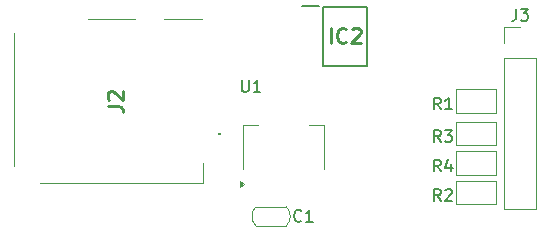
<source format=gbr>
%TF.GenerationSoftware,KiCad,Pcbnew,8.0.5*%
%TF.CreationDate,2024-10-04T20:46:01-04:00*%
%TF.ProjectId,memory card,6d656d6f-7279-4206-9361-72642e6b6963,V2*%
%TF.SameCoordinates,Original*%
%TF.FileFunction,Legend,Top*%
%TF.FilePolarity,Positive*%
%FSLAX46Y46*%
G04 Gerber Fmt 4.6, Leading zero omitted, Abs format (unit mm)*
G04 Created by KiCad (PCBNEW 8.0.5) date 2024-10-04 20:46:01*
%MOMM*%
%LPD*%
G01*
G04 APERTURE LIST*
%ADD10C,0.254000*%
%ADD11C,0.150000*%
%ADD12C,0.200000*%
%ADD13C,0.100000*%
%ADD14C,0.120000*%
G04 APERTURE END LIST*
D10*
X143644507Y-103408332D02*
X144551650Y-103408332D01*
X144551650Y-103408332D02*
X144733078Y-103468809D01*
X144733078Y-103468809D02*
X144854031Y-103589761D01*
X144854031Y-103589761D02*
X144914507Y-103771190D01*
X144914507Y-103771190D02*
X144914507Y-103892142D01*
X143765459Y-102864047D02*
X143704983Y-102803571D01*
X143704983Y-102803571D02*
X143644507Y-102682618D01*
X143644507Y-102682618D02*
X143644507Y-102380237D01*
X143644507Y-102380237D02*
X143704983Y-102259285D01*
X143704983Y-102259285D02*
X143765459Y-102198809D01*
X143765459Y-102198809D02*
X143886411Y-102138332D01*
X143886411Y-102138332D02*
X144007364Y-102138332D01*
X144007364Y-102138332D02*
X144188792Y-102198809D01*
X144188792Y-102198809D02*
X144914507Y-102924523D01*
X144914507Y-102924523D02*
X144914507Y-102138332D01*
X162510237Y-98074318D02*
X162510237Y-96804318D01*
X163840714Y-97953365D02*
X163780238Y-98013842D01*
X163780238Y-98013842D02*
X163598809Y-98074318D01*
X163598809Y-98074318D02*
X163477857Y-98074318D01*
X163477857Y-98074318D02*
X163296428Y-98013842D01*
X163296428Y-98013842D02*
X163175476Y-97892889D01*
X163175476Y-97892889D02*
X163114999Y-97771937D01*
X163114999Y-97771937D02*
X163054523Y-97530032D01*
X163054523Y-97530032D02*
X163054523Y-97348603D01*
X163054523Y-97348603D02*
X163114999Y-97106699D01*
X163114999Y-97106699D02*
X163175476Y-96985746D01*
X163175476Y-96985746D02*
X163296428Y-96864794D01*
X163296428Y-96864794D02*
X163477857Y-96804318D01*
X163477857Y-96804318D02*
X163598809Y-96804318D01*
X163598809Y-96804318D02*
X163780238Y-96864794D01*
X163780238Y-96864794D02*
X163840714Y-96925270D01*
X164324523Y-96925270D02*
X164384999Y-96864794D01*
X164384999Y-96864794D02*
X164505952Y-96804318D01*
X164505952Y-96804318D02*
X164808333Y-96804318D01*
X164808333Y-96804318D02*
X164929285Y-96864794D01*
X164929285Y-96864794D02*
X164989761Y-96925270D01*
X164989761Y-96925270D02*
X165050238Y-97046222D01*
X165050238Y-97046222D02*
X165050238Y-97167175D01*
X165050238Y-97167175D02*
X164989761Y-97348603D01*
X164989761Y-97348603D02*
X164264047Y-98074318D01*
X164264047Y-98074318D02*
X165050238Y-98074318D01*
D11*
X171833333Y-106454819D02*
X171500000Y-105978628D01*
X171261905Y-106454819D02*
X171261905Y-105454819D01*
X171261905Y-105454819D02*
X171642857Y-105454819D01*
X171642857Y-105454819D02*
X171738095Y-105502438D01*
X171738095Y-105502438D02*
X171785714Y-105550057D01*
X171785714Y-105550057D02*
X171833333Y-105645295D01*
X171833333Y-105645295D02*
X171833333Y-105788152D01*
X171833333Y-105788152D02*
X171785714Y-105883390D01*
X171785714Y-105883390D02*
X171738095Y-105931009D01*
X171738095Y-105931009D02*
X171642857Y-105978628D01*
X171642857Y-105978628D02*
X171261905Y-105978628D01*
X172166667Y-105454819D02*
X172785714Y-105454819D01*
X172785714Y-105454819D02*
X172452381Y-105835771D01*
X172452381Y-105835771D02*
X172595238Y-105835771D01*
X172595238Y-105835771D02*
X172690476Y-105883390D01*
X172690476Y-105883390D02*
X172738095Y-105931009D01*
X172738095Y-105931009D02*
X172785714Y-106026247D01*
X172785714Y-106026247D02*
X172785714Y-106264342D01*
X172785714Y-106264342D02*
X172738095Y-106359580D01*
X172738095Y-106359580D02*
X172690476Y-106407200D01*
X172690476Y-106407200D02*
X172595238Y-106454819D01*
X172595238Y-106454819D02*
X172309524Y-106454819D01*
X172309524Y-106454819D02*
X172214286Y-106407200D01*
X172214286Y-106407200D02*
X172166667Y-106359580D01*
X160033333Y-113109580D02*
X159985714Y-113157200D01*
X159985714Y-113157200D02*
X159842857Y-113204819D01*
X159842857Y-113204819D02*
X159747619Y-113204819D01*
X159747619Y-113204819D02*
X159604762Y-113157200D01*
X159604762Y-113157200D02*
X159509524Y-113061961D01*
X159509524Y-113061961D02*
X159461905Y-112966723D01*
X159461905Y-112966723D02*
X159414286Y-112776247D01*
X159414286Y-112776247D02*
X159414286Y-112633390D01*
X159414286Y-112633390D02*
X159461905Y-112442914D01*
X159461905Y-112442914D02*
X159509524Y-112347676D01*
X159509524Y-112347676D02*
X159604762Y-112252438D01*
X159604762Y-112252438D02*
X159747619Y-112204819D01*
X159747619Y-112204819D02*
X159842857Y-112204819D01*
X159842857Y-112204819D02*
X159985714Y-112252438D01*
X159985714Y-112252438D02*
X160033333Y-112300057D01*
X160985714Y-113204819D02*
X160414286Y-113204819D01*
X160700000Y-113204819D02*
X160700000Y-112204819D01*
X160700000Y-112204819D02*
X160604762Y-112347676D01*
X160604762Y-112347676D02*
X160509524Y-112442914D01*
X160509524Y-112442914D02*
X160414286Y-112490533D01*
X171833333Y-108954819D02*
X171500000Y-108478628D01*
X171261905Y-108954819D02*
X171261905Y-107954819D01*
X171261905Y-107954819D02*
X171642857Y-107954819D01*
X171642857Y-107954819D02*
X171738095Y-108002438D01*
X171738095Y-108002438D02*
X171785714Y-108050057D01*
X171785714Y-108050057D02*
X171833333Y-108145295D01*
X171833333Y-108145295D02*
X171833333Y-108288152D01*
X171833333Y-108288152D02*
X171785714Y-108383390D01*
X171785714Y-108383390D02*
X171738095Y-108431009D01*
X171738095Y-108431009D02*
X171642857Y-108478628D01*
X171642857Y-108478628D02*
X171261905Y-108478628D01*
X172690476Y-108288152D02*
X172690476Y-108954819D01*
X172452381Y-107907200D02*
X172214286Y-108621485D01*
X172214286Y-108621485D02*
X172833333Y-108621485D01*
X171833333Y-103704819D02*
X171500000Y-103228628D01*
X171261905Y-103704819D02*
X171261905Y-102704819D01*
X171261905Y-102704819D02*
X171642857Y-102704819D01*
X171642857Y-102704819D02*
X171738095Y-102752438D01*
X171738095Y-102752438D02*
X171785714Y-102800057D01*
X171785714Y-102800057D02*
X171833333Y-102895295D01*
X171833333Y-102895295D02*
X171833333Y-103038152D01*
X171833333Y-103038152D02*
X171785714Y-103133390D01*
X171785714Y-103133390D02*
X171738095Y-103181009D01*
X171738095Y-103181009D02*
X171642857Y-103228628D01*
X171642857Y-103228628D02*
X171261905Y-103228628D01*
X172785714Y-103704819D02*
X172214286Y-103704819D01*
X172500000Y-103704819D02*
X172500000Y-102704819D01*
X172500000Y-102704819D02*
X172404762Y-102847676D01*
X172404762Y-102847676D02*
X172309524Y-102942914D01*
X172309524Y-102942914D02*
X172214286Y-102990533D01*
X171833333Y-111454819D02*
X171500000Y-110978628D01*
X171261905Y-111454819D02*
X171261905Y-110454819D01*
X171261905Y-110454819D02*
X171642857Y-110454819D01*
X171642857Y-110454819D02*
X171738095Y-110502438D01*
X171738095Y-110502438D02*
X171785714Y-110550057D01*
X171785714Y-110550057D02*
X171833333Y-110645295D01*
X171833333Y-110645295D02*
X171833333Y-110788152D01*
X171833333Y-110788152D02*
X171785714Y-110883390D01*
X171785714Y-110883390D02*
X171738095Y-110931009D01*
X171738095Y-110931009D02*
X171642857Y-110978628D01*
X171642857Y-110978628D02*
X171261905Y-110978628D01*
X172214286Y-110550057D02*
X172261905Y-110502438D01*
X172261905Y-110502438D02*
X172357143Y-110454819D01*
X172357143Y-110454819D02*
X172595238Y-110454819D01*
X172595238Y-110454819D02*
X172690476Y-110502438D01*
X172690476Y-110502438D02*
X172738095Y-110550057D01*
X172738095Y-110550057D02*
X172785714Y-110645295D01*
X172785714Y-110645295D02*
X172785714Y-110740533D01*
X172785714Y-110740533D02*
X172738095Y-110883390D01*
X172738095Y-110883390D02*
X172166667Y-111454819D01*
X172166667Y-111454819D02*
X172785714Y-111454819D01*
X178219855Y-95184819D02*
X178219855Y-95899104D01*
X178219855Y-95899104D02*
X178172236Y-96041961D01*
X178172236Y-96041961D02*
X178076998Y-96137200D01*
X178076998Y-96137200D02*
X177934141Y-96184819D01*
X177934141Y-96184819D02*
X177838903Y-96184819D01*
X178600808Y-95184819D02*
X179219855Y-95184819D01*
X179219855Y-95184819D02*
X178886522Y-95565771D01*
X178886522Y-95565771D02*
X179029379Y-95565771D01*
X179029379Y-95565771D02*
X179124617Y-95613390D01*
X179124617Y-95613390D02*
X179172236Y-95661009D01*
X179172236Y-95661009D02*
X179219855Y-95756247D01*
X179219855Y-95756247D02*
X179219855Y-95994342D01*
X179219855Y-95994342D02*
X179172236Y-96089580D01*
X179172236Y-96089580D02*
X179124617Y-96137200D01*
X179124617Y-96137200D02*
X179029379Y-96184819D01*
X179029379Y-96184819D02*
X178743665Y-96184819D01*
X178743665Y-96184819D02*
X178648427Y-96137200D01*
X178648427Y-96137200D02*
X178600808Y-96089580D01*
X154988095Y-101204819D02*
X154988095Y-102014342D01*
X154988095Y-102014342D02*
X155035714Y-102109580D01*
X155035714Y-102109580D02*
X155083333Y-102157200D01*
X155083333Y-102157200D02*
X155178571Y-102204819D01*
X155178571Y-102204819D02*
X155369047Y-102204819D01*
X155369047Y-102204819D02*
X155464285Y-102157200D01*
X155464285Y-102157200D02*
X155511904Y-102109580D01*
X155511904Y-102109580D02*
X155559523Y-102014342D01*
X155559523Y-102014342D02*
X155559523Y-101204819D01*
X156559523Y-102204819D02*
X155988095Y-102204819D01*
X156273809Y-102204819D02*
X156273809Y-101204819D01*
X156273809Y-101204819D02*
X156178571Y-101347676D01*
X156178571Y-101347676D02*
X156083333Y-101442914D01*
X156083333Y-101442914D02*
X155988095Y-101490533D01*
D12*
%TO.C,J2*%
X153178189Y-105760000D02*
G75*
G02*
X153078189Y-105760000I-50000J0D01*
G01*
X153078189Y-105760000D02*
G75*
G02*
X153178189Y-105760000I50000J0D01*
G01*
X153078189Y-105760000D02*
G75*
G02*
X153178189Y-105760000I50000J0D01*
G01*
X153178189Y-105760000D02*
X153178189Y-105760000D01*
X153178189Y-105760000D02*
X153178189Y-105760000D01*
X153078189Y-105760000D02*
X153078189Y-105760000D01*
D13*
X151678189Y-109910000D02*
X151678189Y-108235000D01*
X148428189Y-96060000D02*
X151653189Y-96060000D01*
X145928189Y-96060000D02*
X141928189Y-96060000D01*
X137928189Y-109910000D02*
X151678189Y-109910000D01*
X135703189Y-97235000D02*
X135678189Y-108485000D01*
D12*
%TO.C,IC2*%
X160075000Y-94975000D02*
X161550000Y-94975000D01*
X161900000Y-95000000D02*
X165600000Y-95000000D01*
X161900000Y-100000000D02*
X161900000Y-95000000D01*
X165600000Y-95000000D02*
X165600000Y-100000000D01*
X165600000Y-100000000D02*
X161900000Y-100000000D01*
D14*
%TO.C,R3*%
X173137500Y-104750000D02*
X173137500Y-106750000D01*
X173137500Y-106750000D02*
X176537500Y-106750000D01*
X176537500Y-104750000D02*
X173137500Y-104750000D01*
X176537500Y-106750000D02*
X176537500Y-104750000D01*
%TO.C,C1*%
X156175000Y-113550002D02*
X158775000Y-113550000D01*
X158775000Y-111949998D02*
X156175000Y-111950000D01*
X156175000Y-113550002D02*
G75*
G02*
X156175000Y-111950000I840224J800001D01*
G01*
X158775000Y-111949998D02*
G75*
G02*
X158775000Y-113550000I-840224J-800001D01*
G01*
%TO.C,R4*%
X173137500Y-107250000D02*
X173137500Y-109250000D01*
X173137500Y-109250000D02*
X176537500Y-109250000D01*
X176537500Y-107250000D02*
X173137500Y-107250000D01*
X176537500Y-109250000D02*
X176537500Y-107250000D01*
%TO.C,R1*%
X173137500Y-102000000D02*
X173137500Y-104000000D01*
X173137500Y-104000000D02*
X176537500Y-104000000D01*
X176537500Y-102000000D02*
X173137500Y-102000000D01*
X176537500Y-104000000D02*
X176537500Y-102000000D01*
%TO.C,R2*%
X173137500Y-109750000D02*
X173137500Y-111750000D01*
X173137500Y-111750000D02*
X176537500Y-111750000D01*
X176537500Y-109750000D02*
X173137500Y-109750000D01*
X176537500Y-111750000D02*
X176537500Y-109750000D01*
%TO.C,J3*%
X177223189Y-96730000D02*
X178553189Y-96730000D01*
X177223189Y-98060000D02*
X177223189Y-96730000D01*
X177223189Y-99330000D02*
X177223189Y-112090000D01*
X177223189Y-99330000D02*
X179883189Y-99330000D01*
X177223189Y-112090000D02*
X179883189Y-112090000D01*
X179883189Y-99330000D02*
X179883189Y-112090000D01*
%TO.C,U1*%
X155090000Y-104990000D02*
X156350000Y-104990000D01*
X155090000Y-108750000D02*
X155090000Y-104990000D01*
X161910000Y-104990000D02*
X160650000Y-104990000D01*
X161910000Y-108750000D02*
X161910000Y-104990000D01*
X155190000Y-110030000D02*
X154860000Y-110270000D01*
X154860000Y-109790000D01*
X155190000Y-110030000D01*
G36*
X155190000Y-110030000D02*
G01*
X154860000Y-110270000D01*
X154860000Y-109790000D01*
X155190000Y-110030000D01*
G37*
%TD*%
M02*

</source>
